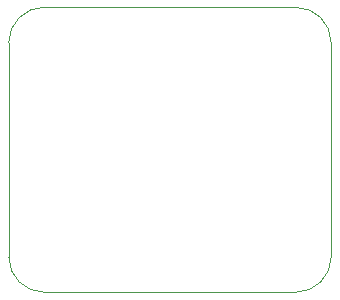
<source format=gbr>
%TF.GenerationSoftware,KiCad,Pcbnew,9.0.0*%
%TF.CreationDate,2025-05-11T17:49:33+05:30*%
%TF.ProjectId,Auto-UPDI-with-switch,4175746f-2d55-4504-9449-2d776974682d,rev?*%
%TF.SameCoordinates,Original*%
%TF.FileFunction,Profile,NP*%
%FSLAX46Y46*%
G04 Gerber Fmt 4.6, Leading zero omitted, Abs format (unit mm)*
G04 Created by KiCad (PCBNEW 9.0.0) date 2025-05-11 17:49:33*
%MOMM*%
%LPD*%
G01*
G04 APERTURE LIST*
%TA.AperFunction,Profile*%
%ADD10C,0.100000*%
%TD*%
G04 APERTURE END LIST*
D10*
X102410000Y-95885000D02*
X81105000Y-95885000D01*
X78105000Y-74755000D02*
G75*
G02*
X81105000Y-71755000I3000000J0D01*
G01*
X105410000Y-74755000D02*
X105410000Y-92885000D01*
X81105000Y-71755000D02*
X102410000Y-71755000D01*
X102410000Y-71755000D02*
G75*
G02*
X105410000Y-74755000I0J-3000000D01*
G01*
X105410000Y-92885000D02*
G75*
G02*
X102410000Y-95885000I-3000000J0D01*
G01*
X78105000Y-92885000D02*
X78105000Y-74755000D01*
X81105000Y-95885000D02*
G75*
G02*
X78105000Y-92885000I0J3000000D01*
G01*
M02*

</source>
